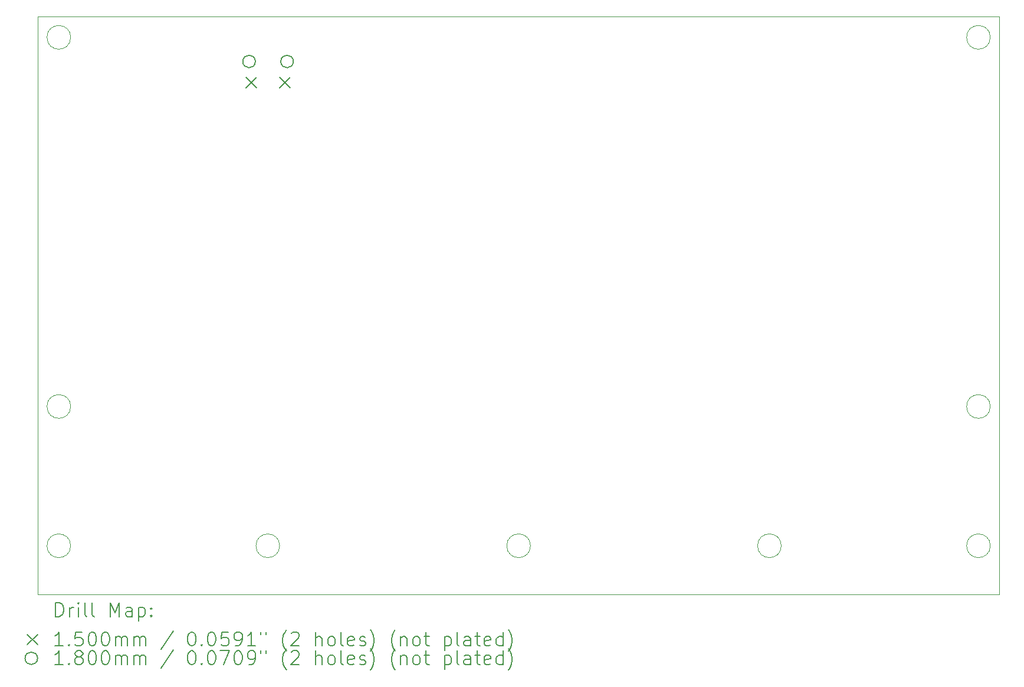
<source format=gbr>
%TF.GenerationSoftware,KiCad,Pcbnew,8.0.6-8.0.6-0~ubuntu22.04.1*%
%TF.CreationDate,2024-11-14T20:27:25+01:00*%
%TF.ProjectId,VCO_RPIpico,56434f5f-5250-4497-9069-636f2e6b6963,0*%
%TF.SameCoordinates,Original*%
%TF.FileFunction,Drillmap*%
%TF.FilePolarity,Positive*%
%FSLAX45Y45*%
G04 Gerber Fmt 4.5, Leading zero omitted, Abs format (unit mm)*
G04 Created by KiCad (PCBNEW 8.0.6-8.0.6-0~ubuntu22.04.1) date 2024-11-14 20:27:25*
%MOMM*%
%LPD*%
G01*
G04 APERTURE LIST*
%ADD10C,0.100000*%
%ADD11C,0.200000*%
%ADD12C,0.150000*%
%ADD13C,0.180000*%
G04 APERTURE END LIST*
D10*
X17870000Y-5100000D02*
G75*
G02*
X17530000Y-5100000I-170000J0D01*
G01*
X17530000Y-5100000D02*
G75*
G02*
X17870000Y-5100000I170000J0D01*
G01*
X4670000Y-5100000D02*
G75*
G02*
X4330000Y-5100000I-170000J0D01*
G01*
X4330000Y-5100000D02*
G75*
G02*
X4670000Y-5100000I170000J0D01*
G01*
X14870000Y-12400000D02*
G75*
G02*
X14530000Y-12400000I-170000J0D01*
G01*
X14530000Y-12400000D02*
G75*
G02*
X14870000Y-12400000I170000J0D01*
G01*
X17870000Y-12400000D02*
G75*
G02*
X17530000Y-12400000I-170000J0D01*
G01*
X17530000Y-12400000D02*
G75*
G02*
X17870000Y-12400000I170000J0D01*
G01*
X11270000Y-12400000D02*
G75*
G02*
X10930000Y-12400000I-170000J0D01*
G01*
X10930000Y-12400000D02*
G75*
G02*
X11270000Y-12400000I170000J0D01*
G01*
X4200000Y-4800000D02*
X18000000Y-4800000D01*
X18000000Y-13100000D01*
X4200000Y-13100000D01*
X4200000Y-4800000D01*
X7670000Y-12400000D02*
G75*
G02*
X7330000Y-12400000I-170000J0D01*
G01*
X7330000Y-12400000D02*
G75*
G02*
X7670000Y-12400000I170000J0D01*
G01*
X4670000Y-10400000D02*
G75*
G02*
X4330000Y-10400000I-170000J0D01*
G01*
X4330000Y-10400000D02*
G75*
G02*
X4670000Y-10400000I170000J0D01*
G01*
X17870000Y-10400000D02*
G75*
G02*
X17530000Y-10400000I-170000J0D01*
G01*
X17530000Y-10400000D02*
G75*
G02*
X17870000Y-10400000I170000J0D01*
G01*
X4670000Y-12400000D02*
G75*
G02*
X4330000Y-12400000I-170000J0D01*
G01*
X4330000Y-12400000D02*
G75*
G02*
X4670000Y-12400000I170000J0D01*
G01*
D11*
D12*
X7186100Y-5674400D02*
X7336100Y-5824400D01*
X7336100Y-5674400D02*
X7186100Y-5824400D01*
X7671100Y-5674400D02*
X7821100Y-5824400D01*
X7821100Y-5674400D02*
X7671100Y-5824400D01*
D13*
X7321100Y-5446400D02*
G75*
G02*
X7141100Y-5446400I-90000J0D01*
G01*
X7141100Y-5446400D02*
G75*
G02*
X7321100Y-5446400I90000J0D01*
G01*
X7866100Y-5446400D02*
G75*
G02*
X7686100Y-5446400I-90000J0D01*
G01*
X7686100Y-5446400D02*
G75*
G02*
X7866100Y-5446400I90000J0D01*
G01*
D11*
X4455777Y-13416484D02*
X4455777Y-13216484D01*
X4455777Y-13216484D02*
X4503396Y-13216484D01*
X4503396Y-13216484D02*
X4531967Y-13226008D01*
X4531967Y-13226008D02*
X4551015Y-13245055D01*
X4551015Y-13245055D02*
X4560539Y-13264103D01*
X4560539Y-13264103D02*
X4570063Y-13302198D01*
X4570063Y-13302198D02*
X4570063Y-13330769D01*
X4570063Y-13330769D02*
X4560539Y-13368865D01*
X4560539Y-13368865D02*
X4551015Y-13387912D01*
X4551015Y-13387912D02*
X4531967Y-13406960D01*
X4531967Y-13406960D02*
X4503396Y-13416484D01*
X4503396Y-13416484D02*
X4455777Y-13416484D01*
X4655777Y-13416484D02*
X4655777Y-13283150D01*
X4655777Y-13321246D02*
X4665301Y-13302198D01*
X4665301Y-13302198D02*
X4674824Y-13292674D01*
X4674824Y-13292674D02*
X4693872Y-13283150D01*
X4693872Y-13283150D02*
X4712920Y-13283150D01*
X4779586Y-13416484D02*
X4779586Y-13283150D01*
X4779586Y-13216484D02*
X4770063Y-13226008D01*
X4770063Y-13226008D02*
X4779586Y-13235531D01*
X4779586Y-13235531D02*
X4789110Y-13226008D01*
X4789110Y-13226008D02*
X4779586Y-13216484D01*
X4779586Y-13216484D02*
X4779586Y-13235531D01*
X4903396Y-13416484D02*
X4884348Y-13406960D01*
X4884348Y-13406960D02*
X4874824Y-13387912D01*
X4874824Y-13387912D02*
X4874824Y-13216484D01*
X5008158Y-13416484D02*
X4989110Y-13406960D01*
X4989110Y-13406960D02*
X4979586Y-13387912D01*
X4979586Y-13387912D02*
X4979586Y-13216484D01*
X5236729Y-13416484D02*
X5236729Y-13216484D01*
X5236729Y-13216484D02*
X5303396Y-13359341D01*
X5303396Y-13359341D02*
X5370063Y-13216484D01*
X5370063Y-13216484D02*
X5370063Y-13416484D01*
X5551015Y-13416484D02*
X5551015Y-13311722D01*
X5551015Y-13311722D02*
X5541491Y-13292674D01*
X5541491Y-13292674D02*
X5522444Y-13283150D01*
X5522444Y-13283150D02*
X5484348Y-13283150D01*
X5484348Y-13283150D02*
X5465301Y-13292674D01*
X5551015Y-13406960D02*
X5531967Y-13416484D01*
X5531967Y-13416484D02*
X5484348Y-13416484D01*
X5484348Y-13416484D02*
X5465301Y-13406960D01*
X5465301Y-13406960D02*
X5455777Y-13387912D01*
X5455777Y-13387912D02*
X5455777Y-13368865D01*
X5455777Y-13368865D02*
X5465301Y-13349817D01*
X5465301Y-13349817D02*
X5484348Y-13340293D01*
X5484348Y-13340293D02*
X5531967Y-13340293D01*
X5531967Y-13340293D02*
X5551015Y-13330769D01*
X5646253Y-13283150D02*
X5646253Y-13483150D01*
X5646253Y-13292674D02*
X5665301Y-13283150D01*
X5665301Y-13283150D02*
X5703396Y-13283150D01*
X5703396Y-13283150D02*
X5722443Y-13292674D01*
X5722443Y-13292674D02*
X5731967Y-13302198D01*
X5731967Y-13302198D02*
X5741491Y-13321246D01*
X5741491Y-13321246D02*
X5741491Y-13378388D01*
X5741491Y-13378388D02*
X5731967Y-13397436D01*
X5731967Y-13397436D02*
X5722443Y-13406960D01*
X5722443Y-13406960D02*
X5703396Y-13416484D01*
X5703396Y-13416484D02*
X5665301Y-13416484D01*
X5665301Y-13416484D02*
X5646253Y-13406960D01*
X5827205Y-13397436D02*
X5836729Y-13406960D01*
X5836729Y-13406960D02*
X5827205Y-13416484D01*
X5827205Y-13416484D02*
X5817682Y-13406960D01*
X5817682Y-13406960D02*
X5827205Y-13397436D01*
X5827205Y-13397436D02*
X5827205Y-13416484D01*
X5827205Y-13292674D02*
X5836729Y-13302198D01*
X5836729Y-13302198D02*
X5827205Y-13311722D01*
X5827205Y-13311722D02*
X5817682Y-13302198D01*
X5817682Y-13302198D02*
X5827205Y-13292674D01*
X5827205Y-13292674D02*
X5827205Y-13311722D01*
D12*
X4045000Y-13670000D02*
X4195000Y-13820000D01*
X4195000Y-13670000D02*
X4045000Y-13820000D01*
D11*
X4560539Y-13836484D02*
X4446253Y-13836484D01*
X4503396Y-13836484D02*
X4503396Y-13636484D01*
X4503396Y-13636484D02*
X4484348Y-13665055D01*
X4484348Y-13665055D02*
X4465301Y-13684103D01*
X4465301Y-13684103D02*
X4446253Y-13693627D01*
X4646253Y-13817436D02*
X4655777Y-13826960D01*
X4655777Y-13826960D02*
X4646253Y-13836484D01*
X4646253Y-13836484D02*
X4636729Y-13826960D01*
X4636729Y-13826960D02*
X4646253Y-13817436D01*
X4646253Y-13817436D02*
X4646253Y-13836484D01*
X4836729Y-13636484D02*
X4741491Y-13636484D01*
X4741491Y-13636484D02*
X4731967Y-13731722D01*
X4731967Y-13731722D02*
X4741491Y-13722198D01*
X4741491Y-13722198D02*
X4760539Y-13712674D01*
X4760539Y-13712674D02*
X4808158Y-13712674D01*
X4808158Y-13712674D02*
X4827205Y-13722198D01*
X4827205Y-13722198D02*
X4836729Y-13731722D01*
X4836729Y-13731722D02*
X4846253Y-13750769D01*
X4846253Y-13750769D02*
X4846253Y-13798388D01*
X4846253Y-13798388D02*
X4836729Y-13817436D01*
X4836729Y-13817436D02*
X4827205Y-13826960D01*
X4827205Y-13826960D02*
X4808158Y-13836484D01*
X4808158Y-13836484D02*
X4760539Y-13836484D01*
X4760539Y-13836484D02*
X4741491Y-13826960D01*
X4741491Y-13826960D02*
X4731967Y-13817436D01*
X4970063Y-13636484D02*
X4989110Y-13636484D01*
X4989110Y-13636484D02*
X5008158Y-13646008D01*
X5008158Y-13646008D02*
X5017682Y-13655531D01*
X5017682Y-13655531D02*
X5027205Y-13674579D01*
X5027205Y-13674579D02*
X5036729Y-13712674D01*
X5036729Y-13712674D02*
X5036729Y-13760293D01*
X5036729Y-13760293D02*
X5027205Y-13798388D01*
X5027205Y-13798388D02*
X5017682Y-13817436D01*
X5017682Y-13817436D02*
X5008158Y-13826960D01*
X5008158Y-13826960D02*
X4989110Y-13836484D01*
X4989110Y-13836484D02*
X4970063Y-13836484D01*
X4970063Y-13836484D02*
X4951015Y-13826960D01*
X4951015Y-13826960D02*
X4941491Y-13817436D01*
X4941491Y-13817436D02*
X4931967Y-13798388D01*
X4931967Y-13798388D02*
X4922444Y-13760293D01*
X4922444Y-13760293D02*
X4922444Y-13712674D01*
X4922444Y-13712674D02*
X4931967Y-13674579D01*
X4931967Y-13674579D02*
X4941491Y-13655531D01*
X4941491Y-13655531D02*
X4951015Y-13646008D01*
X4951015Y-13646008D02*
X4970063Y-13636484D01*
X5160539Y-13636484D02*
X5179586Y-13636484D01*
X5179586Y-13636484D02*
X5198634Y-13646008D01*
X5198634Y-13646008D02*
X5208158Y-13655531D01*
X5208158Y-13655531D02*
X5217682Y-13674579D01*
X5217682Y-13674579D02*
X5227205Y-13712674D01*
X5227205Y-13712674D02*
X5227205Y-13760293D01*
X5227205Y-13760293D02*
X5217682Y-13798388D01*
X5217682Y-13798388D02*
X5208158Y-13817436D01*
X5208158Y-13817436D02*
X5198634Y-13826960D01*
X5198634Y-13826960D02*
X5179586Y-13836484D01*
X5179586Y-13836484D02*
X5160539Y-13836484D01*
X5160539Y-13836484D02*
X5141491Y-13826960D01*
X5141491Y-13826960D02*
X5131967Y-13817436D01*
X5131967Y-13817436D02*
X5122444Y-13798388D01*
X5122444Y-13798388D02*
X5112920Y-13760293D01*
X5112920Y-13760293D02*
X5112920Y-13712674D01*
X5112920Y-13712674D02*
X5122444Y-13674579D01*
X5122444Y-13674579D02*
X5131967Y-13655531D01*
X5131967Y-13655531D02*
X5141491Y-13646008D01*
X5141491Y-13646008D02*
X5160539Y-13636484D01*
X5312920Y-13836484D02*
X5312920Y-13703150D01*
X5312920Y-13722198D02*
X5322444Y-13712674D01*
X5322444Y-13712674D02*
X5341491Y-13703150D01*
X5341491Y-13703150D02*
X5370063Y-13703150D01*
X5370063Y-13703150D02*
X5389110Y-13712674D01*
X5389110Y-13712674D02*
X5398634Y-13731722D01*
X5398634Y-13731722D02*
X5398634Y-13836484D01*
X5398634Y-13731722D02*
X5408158Y-13712674D01*
X5408158Y-13712674D02*
X5427205Y-13703150D01*
X5427205Y-13703150D02*
X5455777Y-13703150D01*
X5455777Y-13703150D02*
X5474825Y-13712674D01*
X5474825Y-13712674D02*
X5484348Y-13731722D01*
X5484348Y-13731722D02*
X5484348Y-13836484D01*
X5579586Y-13836484D02*
X5579586Y-13703150D01*
X5579586Y-13722198D02*
X5589110Y-13712674D01*
X5589110Y-13712674D02*
X5608158Y-13703150D01*
X5608158Y-13703150D02*
X5636729Y-13703150D01*
X5636729Y-13703150D02*
X5655777Y-13712674D01*
X5655777Y-13712674D02*
X5665301Y-13731722D01*
X5665301Y-13731722D02*
X5665301Y-13836484D01*
X5665301Y-13731722D02*
X5674824Y-13712674D01*
X5674824Y-13712674D02*
X5693872Y-13703150D01*
X5693872Y-13703150D02*
X5722443Y-13703150D01*
X5722443Y-13703150D02*
X5741491Y-13712674D01*
X5741491Y-13712674D02*
X5751015Y-13731722D01*
X5751015Y-13731722D02*
X5751015Y-13836484D01*
X6141491Y-13626960D02*
X5970063Y-13884103D01*
X6398634Y-13636484D02*
X6417682Y-13636484D01*
X6417682Y-13636484D02*
X6436729Y-13646008D01*
X6436729Y-13646008D02*
X6446253Y-13655531D01*
X6446253Y-13655531D02*
X6455777Y-13674579D01*
X6455777Y-13674579D02*
X6465301Y-13712674D01*
X6465301Y-13712674D02*
X6465301Y-13760293D01*
X6465301Y-13760293D02*
X6455777Y-13798388D01*
X6455777Y-13798388D02*
X6446253Y-13817436D01*
X6446253Y-13817436D02*
X6436729Y-13826960D01*
X6436729Y-13826960D02*
X6417682Y-13836484D01*
X6417682Y-13836484D02*
X6398634Y-13836484D01*
X6398634Y-13836484D02*
X6379586Y-13826960D01*
X6379586Y-13826960D02*
X6370063Y-13817436D01*
X6370063Y-13817436D02*
X6360539Y-13798388D01*
X6360539Y-13798388D02*
X6351015Y-13760293D01*
X6351015Y-13760293D02*
X6351015Y-13712674D01*
X6351015Y-13712674D02*
X6360539Y-13674579D01*
X6360539Y-13674579D02*
X6370063Y-13655531D01*
X6370063Y-13655531D02*
X6379586Y-13646008D01*
X6379586Y-13646008D02*
X6398634Y-13636484D01*
X6551015Y-13817436D02*
X6560539Y-13826960D01*
X6560539Y-13826960D02*
X6551015Y-13836484D01*
X6551015Y-13836484D02*
X6541491Y-13826960D01*
X6541491Y-13826960D02*
X6551015Y-13817436D01*
X6551015Y-13817436D02*
X6551015Y-13836484D01*
X6684348Y-13636484D02*
X6703396Y-13636484D01*
X6703396Y-13636484D02*
X6722444Y-13646008D01*
X6722444Y-13646008D02*
X6731967Y-13655531D01*
X6731967Y-13655531D02*
X6741491Y-13674579D01*
X6741491Y-13674579D02*
X6751015Y-13712674D01*
X6751015Y-13712674D02*
X6751015Y-13760293D01*
X6751015Y-13760293D02*
X6741491Y-13798388D01*
X6741491Y-13798388D02*
X6731967Y-13817436D01*
X6731967Y-13817436D02*
X6722444Y-13826960D01*
X6722444Y-13826960D02*
X6703396Y-13836484D01*
X6703396Y-13836484D02*
X6684348Y-13836484D01*
X6684348Y-13836484D02*
X6665301Y-13826960D01*
X6665301Y-13826960D02*
X6655777Y-13817436D01*
X6655777Y-13817436D02*
X6646253Y-13798388D01*
X6646253Y-13798388D02*
X6636729Y-13760293D01*
X6636729Y-13760293D02*
X6636729Y-13712674D01*
X6636729Y-13712674D02*
X6646253Y-13674579D01*
X6646253Y-13674579D02*
X6655777Y-13655531D01*
X6655777Y-13655531D02*
X6665301Y-13646008D01*
X6665301Y-13646008D02*
X6684348Y-13636484D01*
X6931967Y-13636484D02*
X6836729Y-13636484D01*
X6836729Y-13636484D02*
X6827206Y-13731722D01*
X6827206Y-13731722D02*
X6836729Y-13722198D01*
X6836729Y-13722198D02*
X6855777Y-13712674D01*
X6855777Y-13712674D02*
X6903396Y-13712674D01*
X6903396Y-13712674D02*
X6922444Y-13722198D01*
X6922444Y-13722198D02*
X6931967Y-13731722D01*
X6931967Y-13731722D02*
X6941491Y-13750769D01*
X6941491Y-13750769D02*
X6941491Y-13798388D01*
X6941491Y-13798388D02*
X6931967Y-13817436D01*
X6931967Y-13817436D02*
X6922444Y-13826960D01*
X6922444Y-13826960D02*
X6903396Y-13836484D01*
X6903396Y-13836484D02*
X6855777Y-13836484D01*
X6855777Y-13836484D02*
X6836729Y-13826960D01*
X6836729Y-13826960D02*
X6827206Y-13817436D01*
X7036729Y-13836484D02*
X7074825Y-13836484D01*
X7074825Y-13836484D02*
X7093872Y-13826960D01*
X7093872Y-13826960D02*
X7103396Y-13817436D01*
X7103396Y-13817436D02*
X7122444Y-13788865D01*
X7122444Y-13788865D02*
X7131967Y-13750769D01*
X7131967Y-13750769D02*
X7131967Y-13674579D01*
X7131967Y-13674579D02*
X7122444Y-13655531D01*
X7122444Y-13655531D02*
X7112920Y-13646008D01*
X7112920Y-13646008D02*
X7093872Y-13636484D01*
X7093872Y-13636484D02*
X7055777Y-13636484D01*
X7055777Y-13636484D02*
X7036729Y-13646008D01*
X7036729Y-13646008D02*
X7027206Y-13655531D01*
X7027206Y-13655531D02*
X7017682Y-13674579D01*
X7017682Y-13674579D02*
X7017682Y-13722198D01*
X7017682Y-13722198D02*
X7027206Y-13741246D01*
X7027206Y-13741246D02*
X7036729Y-13750769D01*
X7036729Y-13750769D02*
X7055777Y-13760293D01*
X7055777Y-13760293D02*
X7093872Y-13760293D01*
X7093872Y-13760293D02*
X7112920Y-13750769D01*
X7112920Y-13750769D02*
X7122444Y-13741246D01*
X7122444Y-13741246D02*
X7131967Y-13722198D01*
X7322444Y-13836484D02*
X7208158Y-13836484D01*
X7265301Y-13836484D02*
X7265301Y-13636484D01*
X7265301Y-13636484D02*
X7246253Y-13665055D01*
X7246253Y-13665055D02*
X7227206Y-13684103D01*
X7227206Y-13684103D02*
X7208158Y-13693627D01*
X7398634Y-13636484D02*
X7398634Y-13674579D01*
X7474825Y-13636484D02*
X7474825Y-13674579D01*
X7770063Y-13912674D02*
X7760539Y-13903150D01*
X7760539Y-13903150D02*
X7741491Y-13874579D01*
X7741491Y-13874579D02*
X7731968Y-13855531D01*
X7731968Y-13855531D02*
X7722444Y-13826960D01*
X7722444Y-13826960D02*
X7712920Y-13779341D01*
X7712920Y-13779341D02*
X7712920Y-13741246D01*
X7712920Y-13741246D02*
X7722444Y-13693627D01*
X7722444Y-13693627D02*
X7731968Y-13665055D01*
X7731968Y-13665055D02*
X7741491Y-13646008D01*
X7741491Y-13646008D02*
X7760539Y-13617436D01*
X7760539Y-13617436D02*
X7770063Y-13607912D01*
X7836729Y-13655531D02*
X7846253Y-13646008D01*
X7846253Y-13646008D02*
X7865301Y-13636484D01*
X7865301Y-13636484D02*
X7912920Y-13636484D01*
X7912920Y-13636484D02*
X7931968Y-13646008D01*
X7931968Y-13646008D02*
X7941491Y-13655531D01*
X7941491Y-13655531D02*
X7951015Y-13674579D01*
X7951015Y-13674579D02*
X7951015Y-13693627D01*
X7951015Y-13693627D02*
X7941491Y-13722198D01*
X7941491Y-13722198D02*
X7827206Y-13836484D01*
X7827206Y-13836484D02*
X7951015Y-13836484D01*
X8189110Y-13836484D02*
X8189110Y-13636484D01*
X8274825Y-13836484D02*
X8274825Y-13731722D01*
X8274825Y-13731722D02*
X8265301Y-13712674D01*
X8265301Y-13712674D02*
X8246253Y-13703150D01*
X8246253Y-13703150D02*
X8217682Y-13703150D01*
X8217682Y-13703150D02*
X8198634Y-13712674D01*
X8198634Y-13712674D02*
X8189110Y-13722198D01*
X8398634Y-13836484D02*
X8379587Y-13826960D01*
X8379587Y-13826960D02*
X8370063Y-13817436D01*
X8370063Y-13817436D02*
X8360539Y-13798388D01*
X8360539Y-13798388D02*
X8360539Y-13741246D01*
X8360539Y-13741246D02*
X8370063Y-13722198D01*
X8370063Y-13722198D02*
X8379587Y-13712674D01*
X8379587Y-13712674D02*
X8398634Y-13703150D01*
X8398634Y-13703150D02*
X8427206Y-13703150D01*
X8427206Y-13703150D02*
X8446253Y-13712674D01*
X8446253Y-13712674D02*
X8455777Y-13722198D01*
X8455777Y-13722198D02*
X8465301Y-13741246D01*
X8465301Y-13741246D02*
X8465301Y-13798388D01*
X8465301Y-13798388D02*
X8455777Y-13817436D01*
X8455777Y-13817436D02*
X8446253Y-13826960D01*
X8446253Y-13826960D02*
X8427206Y-13836484D01*
X8427206Y-13836484D02*
X8398634Y-13836484D01*
X8579587Y-13836484D02*
X8560539Y-13826960D01*
X8560539Y-13826960D02*
X8551015Y-13807912D01*
X8551015Y-13807912D02*
X8551015Y-13636484D01*
X8731968Y-13826960D02*
X8712920Y-13836484D01*
X8712920Y-13836484D02*
X8674825Y-13836484D01*
X8674825Y-13836484D02*
X8655777Y-13826960D01*
X8655777Y-13826960D02*
X8646253Y-13807912D01*
X8646253Y-13807912D02*
X8646253Y-13731722D01*
X8646253Y-13731722D02*
X8655777Y-13712674D01*
X8655777Y-13712674D02*
X8674825Y-13703150D01*
X8674825Y-13703150D02*
X8712920Y-13703150D01*
X8712920Y-13703150D02*
X8731968Y-13712674D01*
X8731968Y-13712674D02*
X8741492Y-13731722D01*
X8741492Y-13731722D02*
X8741492Y-13750769D01*
X8741492Y-13750769D02*
X8646253Y-13769817D01*
X8817682Y-13826960D02*
X8836730Y-13836484D01*
X8836730Y-13836484D02*
X8874825Y-13836484D01*
X8874825Y-13836484D02*
X8893873Y-13826960D01*
X8893873Y-13826960D02*
X8903396Y-13807912D01*
X8903396Y-13807912D02*
X8903396Y-13798388D01*
X8903396Y-13798388D02*
X8893873Y-13779341D01*
X8893873Y-13779341D02*
X8874825Y-13769817D01*
X8874825Y-13769817D02*
X8846253Y-13769817D01*
X8846253Y-13769817D02*
X8827206Y-13760293D01*
X8827206Y-13760293D02*
X8817682Y-13741246D01*
X8817682Y-13741246D02*
X8817682Y-13731722D01*
X8817682Y-13731722D02*
X8827206Y-13712674D01*
X8827206Y-13712674D02*
X8846253Y-13703150D01*
X8846253Y-13703150D02*
X8874825Y-13703150D01*
X8874825Y-13703150D02*
X8893873Y-13712674D01*
X8970063Y-13912674D02*
X8979587Y-13903150D01*
X8979587Y-13903150D02*
X8998634Y-13874579D01*
X8998634Y-13874579D02*
X9008158Y-13855531D01*
X9008158Y-13855531D02*
X9017682Y-13826960D01*
X9017682Y-13826960D02*
X9027206Y-13779341D01*
X9027206Y-13779341D02*
X9027206Y-13741246D01*
X9027206Y-13741246D02*
X9017682Y-13693627D01*
X9017682Y-13693627D02*
X9008158Y-13665055D01*
X9008158Y-13665055D02*
X8998634Y-13646008D01*
X8998634Y-13646008D02*
X8979587Y-13617436D01*
X8979587Y-13617436D02*
X8970063Y-13607912D01*
X9331968Y-13912674D02*
X9322444Y-13903150D01*
X9322444Y-13903150D02*
X9303396Y-13874579D01*
X9303396Y-13874579D02*
X9293873Y-13855531D01*
X9293873Y-13855531D02*
X9284349Y-13826960D01*
X9284349Y-13826960D02*
X9274825Y-13779341D01*
X9274825Y-13779341D02*
X9274825Y-13741246D01*
X9274825Y-13741246D02*
X9284349Y-13693627D01*
X9284349Y-13693627D02*
X9293873Y-13665055D01*
X9293873Y-13665055D02*
X9303396Y-13646008D01*
X9303396Y-13646008D02*
X9322444Y-13617436D01*
X9322444Y-13617436D02*
X9331968Y-13607912D01*
X9408158Y-13703150D02*
X9408158Y-13836484D01*
X9408158Y-13722198D02*
X9417682Y-13712674D01*
X9417682Y-13712674D02*
X9436730Y-13703150D01*
X9436730Y-13703150D02*
X9465301Y-13703150D01*
X9465301Y-13703150D02*
X9484349Y-13712674D01*
X9484349Y-13712674D02*
X9493873Y-13731722D01*
X9493873Y-13731722D02*
X9493873Y-13836484D01*
X9617682Y-13836484D02*
X9598634Y-13826960D01*
X9598634Y-13826960D02*
X9589111Y-13817436D01*
X9589111Y-13817436D02*
X9579587Y-13798388D01*
X9579587Y-13798388D02*
X9579587Y-13741246D01*
X9579587Y-13741246D02*
X9589111Y-13722198D01*
X9589111Y-13722198D02*
X9598634Y-13712674D01*
X9598634Y-13712674D02*
X9617682Y-13703150D01*
X9617682Y-13703150D02*
X9646254Y-13703150D01*
X9646254Y-13703150D02*
X9665301Y-13712674D01*
X9665301Y-13712674D02*
X9674825Y-13722198D01*
X9674825Y-13722198D02*
X9684349Y-13741246D01*
X9684349Y-13741246D02*
X9684349Y-13798388D01*
X9684349Y-13798388D02*
X9674825Y-13817436D01*
X9674825Y-13817436D02*
X9665301Y-13826960D01*
X9665301Y-13826960D02*
X9646254Y-13836484D01*
X9646254Y-13836484D02*
X9617682Y-13836484D01*
X9741492Y-13703150D02*
X9817682Y-13703150D01*
X9770063Y-13636484D02*
X9770063Y-13807912D01*
X9770063Y-13807912D02*
X9779587Y-13826960D01*
X9779587Y-13826960D02*
X9798634Y-13836484D01*
X9798634Y-13836484D02*
X9817682Y-13836484D01*
X10036730Y-13703150D02*
X10036730Y-13903150D01*
X10036730Y-13712674D02*
X10055777Y-13703150D01*
X10055777Y-13703150D02*
X10093873Y-13703150D01*
X10093873Y-13703150D02*
X10112920Y-13712674D01*
X10112920Y-13712674D02*
X10122444Y-13722198D01*
X10122444Y-13722198D02*
X10131968Y-13741246D01*
X10131968Y-13741246D02*
X10131968Y-13798388D01*
X10131968Y-13798388D02*
X10122444Y-13817436D01*
X10122444Y-13817436D02*
X10112920Y-13826960D01*
X10112920Y-13826960D02*
X10093873Y-13836484D01*
X10093873Y-13836484D02*
X10055777Y-13836484D01*
X10055777Y-13836484D02*
X10036730Y-13826960D01*
X10246254Y-13836484D02*
X10227206Y-13826960D01*
X10227206Y-13826960D02*
X10217682Y-13807912D01*
X10217682Y-13807912D02*
X10217682Y-13636484D01*
X10408158Y-13836484D02*
X10408158Y-13731722D01*
X10408158Y-13731722D02*
X10398635Y-13712674D01*
X10398635Y-13712674D02*
X10379587Y-13703150D01*
X10379587Y-13703150D02*
X10341492Y-13703150D01*
X10341492Y-13703150D02*
X10322444Y-13712674D01*
X10408158Y-13826960D02*
X10389111Y-13836484D01*
X10389111Y-13836484D02*
X10341492Y-13836484D01*
X10341492Y-13836484D02*
X10322444Y-13826960D01*
X10322444Y-13826960D02*
X10312920Y-13807912D01*
X10312920Y-13807912D02*
X10312920Y-13788865D01*
X10312920Y-13788865D02*
X10322444Y-13769817D01*
X10322444Y-13769817D02*
X10341492Y-13760293D01*
X10341492Y-13760293D02*
X10389111Y-13760293D01*
X10389111Y-13760293D02*
X10408158Y-13750769D01*
X10474825Y-13703150D02*
X10551015Y-13703150D01*
X10503396Y-13636484D02*
X10503396Y-13807912D01*
X10503396Y-13807912D02*
X10512920Y-13826960D01*
X10512920Y-13826960D02*
X10531968Y-13836484D01*
X10531968Y-13836484D02*
X10551015Y-13836484D01*
X10693873Y-13826960D02*
X10674825Y-13836484D01*
X10674825Y-13836484D02*
X10636730Y-13836484D01*
X10636730Y-13836484D02*
X10617682Y-13826960D01*
X10617682Y-13826960D02*
X10608158Y-13807912D01*
X10608158Y-13807912D02*
X10608158Y-13731722D01*
X10608158Y-13731722D02*
X10617682Y-13712674D01*
X10617682Y-13712674D02*
X10636730Y-13703150D01*
X10636730Y-13703150D02*
X10674825Y-13703150D01*
X10674825Y-13703150D02*
X10693873Y-13712674D01*
X10693873Y-13712674D02*
X10703396Y-13731722D01*
X10703396Y-13731722D02*
X10703396Y-13750769D01*
X10703396Y-13750769D02*
X10608158Y-13769817D01*
X10874825Y-13836484D02*
X10874825Y-13636484D01*
X10874825Y-13826960D02*
X10855777Y-13836484D01*
X10855777Y-13836484D02*
X10817682Y-13836484D01*
X10817682Y-13836484D02*
X10798635Y-13826960D01*
X10798635Y-13826960D02*
X10789111Y-13817436D01*
X10789111Y-13817436D02*
X10779587Y-13798388D01*
X10779587Y-13798388D02*
X10779587Y-13741246D01*
X10779587Y-13741246D02*
X10789111Y-13722198D01*
X10789111Y-13722198D02*
X10798635Y-13712674D01*
X10798635Y-13712674D02*
X10817682Y-13703150D01*
X10817682Y-13703150D02*
X10855777Y-13703150D01*
X10855777Y-13703150D02*
X10874825Y-13712674D01*
X10951016Y-13912674D02*
X10960539Y-13903150D01*
X10960539Y-13903150D02*
X10979587Y-13874579D01*
X10979587Y-13874579D02*
X10989111Y-13855531D01*
X10989111Y-13855531D02*
X10998635Y-13826960D01*
X10998635Y-13826960D02*
X11008158Y-13779341D01*
X11008158Y-13779341D02*
X11008158Y-13741246D01*
X11008158Y-13741246D02*
X10998635Y-13693627D01*
X10998635Y-13693627D02*
X10989111Y-13665055D01*
X10989111Y-13665055D02*
X10979587Y-13646008D01*
X10979587Y-13646008D02*
X10960539Y-13617436D01*
X10960539Y-13617436D02*
X10951016Y-13607912D01*
D13*
X4195000Y-14015000D02*
G75*
G02*
X4015000Y-14015000I-90000J0D01*
G01*
X4015000Y-14015000D02*
G75*
G02*
X4195000Y-14015000I90000J0D01*
G01*
D11*
X4560539Y-14106484D02*
X4446253Y-14106484D01*
X4503396Y-14106484D02*
X4503396Y-13906484D01*
X4503396Y-13906484D02*
X4484348Y-13935055D01*
X4484348Y-13935055D02*
X4465301Y-13954103D01*
X4465301Y-13954103D02*
X4446253Y-13963627D01*
X4646253Y-14087436D02*
X4655777Y-14096960D01*
X4655777Y-14096960D02*
X4646253Y-14106484D01*
X4646253Y-14106484D02*
X4636729Y-14096960D01*
X4636729Y-14096960D02*
X4646253Y-14087436D01*
X4646253Y-14087436D02*
X4646253Y-14106484D01*
X4770063Y-13992198D02*
X4751015Y-13982674D01*
X4751015Y-13982674D02*
X4741491Y-13973150D01*
X4741491Y-13973150D02*
X4731967Y-13954103D01*
X4731967Y-13954103D02*
X4731967Y-13944579D01*
X4731967Y-13944579D02*
X4741491Y-13925531D01*
X4741491Y-13925531D02*
X4751015Y-13916008D01*
X4751015Y-13916008D02*
X4770063Y-13906484D01*
X4770063Y-13906484D02*
X4808158Y-13906484D01*
X4808158Y-13906484D02*
X4827205Y-13916008D01*
X4827205Y-13916008D02*
X4836729Y-13925531D01*
X4836729Y-13925531D02*
X4846253Y-13944579D01*
X4846253Y-13944579D02*
X4846253Y-13954103D01*
X4846253Y-13954103D02*
X4836729Y-13973150D01*
X4836729Y-13973150D02*
X4827205Y-13982674D01*
X4827205Y-13982674D02*
X4808158Y-13992198D01*
X4808158Y-13992198D02*
X4770063Y-13992198D01*
X4770063Y-13992198D02*
X4751015Y-14001722D01*
X4751015Y-14001722D02*
X4741491Y-14011246D01*
X4741491Y-14011246D02*
X4731967Y-14030293D01*
X4731967Y-14030293D02*
X4731967Y-14068388D01*
X4731967Y-14068388D02*
X4741491Y-14087436D01*
X4741491Y-14087436D02*
X4751015Y-14096960D01*
X4751015Y-14096960D02*
X4770063Y-14106484D01*
X4770063Y-14106484D02*
X4808158Y-14106484D01*
X4808158Y-14106484D02*
X4827205Y-14096960D01*
X4827205Y-14096960D02*
X4836729Y-14087436D01*
X4836729Y-14087436D02*
X4846253Y-14068388D01*
X4846253Y-14068388D02*
X4846253Y-14030293D01*
X4846253Y-14030293D02*
X4836729Y-14011246D01*
X4836729Y-14011246D02*
X4827205Y-14001722D01*
X4827205Y-14001722D02*
X4808158Y-13992198D01*
X4970063Y-13906484D02*
X4989110Y-13906484D01*
X4989110Y-13906484D02*
X5008158Y-13916008D01*
X5008158Y-13916008D02*
X5017682Y-13925531D01*
X5017682Y-13925531D02*
X5027205Y-13944579D01*
X5027205Y-13944579D02*
X5036729Y-13982674D01*
X5036729Y-13982674D02*
X5036729Y-14030293D01*
X5036729Y-14030293D02*
X5027205Y-14068388D01*
X5027205Y-14068388D02*
X5017682Y-14087436D01*
X5017682Y-14087436D02*
X5008158Y-14096960D01*
X5008158Y-14096960D02*
X4989110Y-14106484D01*
X4989110Y-14106484D02*
X4970063Y-14106484D01*
X4970063Y-14106484D02*
X4951015Y-14096960D01*
X4951015Y-14096960D02*
X4941491Y-14087436D01*
X4941491Y-14087436D02*
X4931967Y-14068388D01*
X4931967Y-14068388D02*
X4922444Y-14030293D01*
X4922444Y-14030293D02*
X4922444Y-13982674D01*
X4922444Y-13982674D02*
X4931967Y-13944579D01*
X4931967Y-13944579D02*
X4941491Y-13925531D01*
X4941491Y-13925531D02*
X4951015Y-13916008D01*
X4951015Y-13916008D02*
X4970063Y-13906484D01*
X5160539Y-13906484D02*
X5179586Y-13906484D01*
X5179586Y-13906484D02*
X5198634Y-13916008D01*
X5198634Y-13916008D02*
X5208158Y-13925531D01*
X5208158Y-13925531D02*
X5217682Y-13944579D01*
X5217682Y-13944579D02*
X5227205Y-13982674D01*
X5227205Y-13982674D02*
X5227205Y-14030293D01*
X5227205Y-14030293D02*
X5217682Y-14068388D01*
X5217682Y-14068388D02*
X5208158Y-14087436D01*
X5208158Y-14087436D02*
X5198634Y-14096960D01*
X5198634Y-14096960D02*
X5179586Y-14106484D01*
X5179586Y-14106484D02*
X5160539Y-14106484D01*
X5160539Y-14106484D02*
X5141491Y-14096960D01*
X5141491Y-14096960D02*
X5131967Y-14087436D01*
X5131967Y-14087436D02*
X5122444Y-14068388D01*
X5122444Y-14068388D02*
X5112920Y-14030293D01*
X5112920Y-14030293D02*
X5112920Y-13982674D01*
X5112920Y-13982674D02*
X5122444Y-13944579D01*
X5122444Y-13944579D02*
X5131967Y-13925531D01*
X5131967Y-13925531D02*
X5141491Y-13916008D01*
X5141491Y-13916008D02*
X5160539Y-13906484D01*
X5312920Y-14106484D02*
X5312920Y-13973150D01*
X5312920Y-13992198D02*
X5322444Y-13982674D01*
X5322444Y-13982674D02*
X5341491Y-13973150D01*
X5341491Y-13973150D02*
X5370063Y-13973150D01*
X5370063Y-13973150D02*
X5389110Y-13982674D01*
X5389110Y-13982674D02*
X5398634Y-14001722D01*
X5398634Y-14001722D02*
X5398634Y-14106484D01*
X5398634Y-14001722D02*
X5408158Y-13982674D01*
X5408158Y-13982674D02*
X5427205Y-13973150D01*
X5427205Y-13973150D02*
X5455777Y-13973150D01*
X5455777Y-13973150D02*
X5474825Y-13982674D01*
X5474825Y-13982674D02*
X5484348Y-14001722D01*
X5484348Y-14001722D02*
X5484348Y-14106484D01*
X5579586Y-14106484D02*
X5579586Y-13973150D01*
X5579586Y-13992198D02*
X5589110Y-13982674D01*
X5589110Y-13982674D02*
X5608158Y-13973150D01*
X5608158Y-13973150D02*
X5636729Y-13973150D01*
X5636729Y-13973150D02*
X5655777Y-13982674D01*
X5655777Y-13982674D02*
X5665301Y-14001722D01*
X5665301Y-14001722D02*
X5665301Y-14106484D01*
X5665301Y-14001722D02*
X5674824Y-13982674D01*
X5674824Y-13982674D02*
X5693872Y-13973150D01*
X5693872Y-13973150D02*
X5722443Y-13973150D01*
X5722443Y-13973150D02*
X5741491Y-13982674D01*
X5741491Y-13982674D02*
X5751015Y-14001722D01*
X5751015Y-14001722D02*
X5751015Y-14106484D01*
X6141491Y-13896960D02*
X5970063Y-14154103D01*
X6398634Y-13906484D02*
X6417682Y-13906484D01*
X6417682Y-13906484D02*
X6436729Y-13916008D01*
X6436729Y-13916008D02*
X6446253Y-13925531D01*
X6446253Y-13925531D02*
X6455777Y-13944579D01*
X6455777Y-13944579D02*
X6465301Y-13982674D01*
X6465301Y-13982674D02*
X6465301Y-14030293D01*
X6465301Y-14030293D02*
X6455777Y-14068388D01*
X6455777Y-14068388D02*
X6446253Y-14087436D01*
X6446253Y-14087436D02*
X6436729Y-14096960D01*
X6436729Y-14096960D02*
X6417682Y-14106484D01*
X6417682Y-14106484D02*
X6398634Y-14106484D01*
X6398634Y-14106484D02*
X6379586Y-14096960D01*
X6379586Y-14096960D02*
X6370063Y-14087436D01*
X6370063Y-14087436D02*
X6360539Y-14068388D01*
X6360539Y-14068388D02*
X6351015Y-14030293D01*
X6351015Y-14030293D02*
X6351015Y-13982674D01*
X6351015Y-13982674D02*
X6360539Y-13944579D01*
X6360539Y-13944579D02*
X6370063Y-13925531D01*
X6370063Y-13925531D02*
X6379586Y-13916008D01*
X6379586Y-13916008D02*
X6398634Y-13906484D01*
X6551015Y-14087436D02*
X6560539Y-14096960D01*
X6560539Y-14096960D02*
X6551015Y-14106484D01*
X6551015Y-14106484D02*
X6541491Y-14096960D01*
X6541491Y-14096960D02*
X6551015Y-14087436D01*
X6551015Y-14087436D02*
X6551015Y-14106484D01*
X6684348Y-13906484D02*
X6703396Y-13906484D01*
X6703396Y-13906484D02*
X6722444Y-13916008D01*
X6722444Y-13916008D02*
X6731967Y-13925531D01*
X6731967Y-13925531D02*
X6741491Y-13944579D01*
X6741491Y-13944579D02*
X6751015Y-13982674D01*
X6751015Y-13982674D02*
X6751015Y-14030293D01*
X6751015Y-14030293D02*
X6741491Y-14068388D01*
X6741491Y-14068388D02*
X6731967Y-14087436D01*
X6731967Y-14087436D02*
X6722444Y-14096960D01*
X6722444Y-14096960D02*
X6703396Y-14106484D01*
X6703396Y-14106484D02*
X6684348Y-14106484D01*
X6684348Y-14106484D02*
X6665301Y-14096960D01*
X6665301Y-14096960D02*
X6655777Y-14087436D01*
X6655777Y-14087436D02*
X6646253Y-14068388D01*
X6646253Y-14068388D02*
X6636729Y-14030293D01*
X6636729Y-14030293D02*
X6636729Y-13982674D01*
X6636729Y-13982674D02*
X6646253Y-13944579D01*
X6646253Y-13944579D02*
X6655777Y-13925531D01*
X6655777Y-13925531D02*
X6665301Y-13916008D01*
X6665301Y-13916008D02*
X6684348Y-13906484D01*
X6817682Y-13906484D02*
X6951015Y-13906484D01*
X6951015Y-13906484D02*
X6865301Y-14106484D01*
X7065301Y-13906484D02*
X7084348Y-13906484D01*
X7084348Y-13906484D02*
X7103396Y-13916008D01*
X7103396Y-13916008D02*
X7112920Y-13925531D01*
X7112920Y-13925531D02*
X7122444Y-13944579D01*
X7122444Y-13944579D02*
X7131967Y-13982674D01*
X7131967Y-13982674D02*
X7131967Y-14030293D01*
X7131967Y-14030293D02*
X7122444Y-14068388D01*
X7122444Y-14068388D02*
X7112920Y-14087436D01*
X7112920Y-14087436D02*
X7103396Y-14096960D01*
X7103396Y-14096960D02*
X7084348Y-14106484D01*
X7084348Y-14106484D02*
X7065301Y-14106484D01*
X7065301Y-14106484D02*
X7046253Y-14096960D01*
X7046253Y-14096960D02*
X7036729Y-14087436D01*
X7036729Y-14087436D02*
X7027206Y-14068388D01*
X7027206Y-14068388D02*
X7017682Y-14030293D01*
X7017682Y-14030293D02*
X7017682Y-13982674D01*
X7017682Y-13982674D02*
X7027206Y-13944579D01*
X7027206Y-13944579D02*
X7036729Y-13925531D01*
X7036729Y-13925531D02*
X7046253Y-13916008D01*
X7046253Y-13916008D02*
X7065301Y-13906484D01*
X7227206Y-14106484D02*
X7265301Y-14106484D01*
X7265301Y-14106484D02*
X7284348Y-14096960D01*
X7284348Y-14096960D02*
X7293872Y-14087436D01*
X7293872Y-14087436D02*
X7312920Y-14058865D01*
X7312920Y-14058865D02*
X7322444Y-14020769D01*
X7322444Y-14020769D02*
X7322444Y-13944579D01*
X7322444Y-13944579D02*
X7312920Y-13925531D01*
X7312920Y-13925531D02*
X7303396Y-13916008D01*
X7303396Y-13916008D02*
X7284348Y-13906484D01*
X7284348Y-13906484D02*
X7246253Y-13906484D01*
X7246253Y-13906484D02*
X7227206Y-13916008D01*
X7227206Y-13916008D02*
X7217682Y-13925531D01*
X7217682Y-13925531D02*
X7208158Y-13944579D01*
X7208158Y-13944579D02*
X7208158Y-13992198D01*
X7208158Y-13992198D02*
X7217682Y-14011246D01*
X7217682Y-14011246D02*
X7227206Y-14020769D01*
X7227206Y-14020769D02*
X7246253Y-14030293D01*
X7246253Y-14030293D02*
X7284348Y-14030293D01*
X7284348Y-14030293D02*
X7303396Y-14020769D01*
X7303396Y-14020769D02*
X7312920Y-14011246D01*
X7312920Y-14011246D02*
X7322444Y-13992198D01*
X7398634Y-13906484D02*
X7398634Y-13944579D01*
X7474825Y-13906484D02*
X7474825Y-13944579D01*
X7770063Y-14182674D02*
X7760539Y-14173150D01*
X7760539Y-14173150D02*
X7741491Y-14144579D01*
X7741491Y-14144579D02*
X7731968Y-14125531D01*
X7731968Y-14125531D02*
X7722444Y-14096960D01*
X7722444Y-14096960D02*
X7712920Y-14049341D01*
X7712920Y-14049341D02*
X7712920Y-14011246D01*
X7712920Y-14011246D02*
X7722444Y-13963627D01*
X7722444Y-13963627D02*
X7731968Y-13935055D01*
X7731968Y-13935055D02*
X7741491Y-13916008D01*
X7741491Y-13916008D02*
X7760539Y-13887436D01*
X7760539Y-13887436D02*
X7770063Y-13877912D01*
X7836729Y-13925531D02*
X7846253Y-13916008D01*
X7846253Y-13916008D02*
X7865301Y-13906484D01*
X7865301Y-13906484D02*
X7912920Y-13906484D01*
X7912920Y-13906484D02*
X7931968Y-13916008D01*
X7931968Y-13916008D02*
X7941491Y-13925531D01*
X7941491Y-13925531D02*
X7951015Y-13944579D01*
X7951015Y-13944579D02*
X7951015Y-13963627D01*
X7951015Y-13963627D02*
X7941491Y-13992198D01*
X7941491Y-13992198D02*
X7827206Y-14106484D01*
X7827206Y-14106484D02*
X7951015Y-14106484D01*
X8189110Y-14106484D02*
X8189110Y-13906484D01*
X8274825Y-14106484D02*
X8274825Y-14001722D01*
X8274825Y-14001722D02*
X8265301Y-13982674D01*
X8265301Y-13982674D02*
X8246253Y-13973150D01*
X8246253Y-13973150D02*
X8217682Y-13973150D01*
X8217682Y-13973150D02*
X8198634Y-13982674D01*
X8198634Y-13982674D02*
X8189110Y-13992198D01*
X8398634Y-14106484D02*
X8379587Y-14096960D01*
X8379587Y-14096960D02*
X8370063Y-14087436D01*
X8370063Y-14087436D02*
X8360539Y-14068388D01*
X8360539Y-14068388D02*
X8360539Y-14011246D01*
X8360539Y-14011246D02*
X8370063Y-13992198D01*
X8370063Y-13992198D02*
X8379587Y-13982674D01*
X8379587Y-13982674D02*
X8398634Y-13973150D01*
X8398634Y-13973150D02*
X8427206Y-13973150D01*
X8427206Y-13973150D02*
X8446253Y-13982674D01*
X8446253Y-13982674D02*
X8455777Y-13992198D01*
X8455777Y-13992198D02*
X8465301Y-14011246D01*
X8465301Y-14011246D02*
X8465301Y-14068388D01*
X8465301Y-14068388D02*
X8455777Y-14087436D01*
X8455777Y-14087436D02*
X8446253Y-14096960D01*
X8446253Y-14096960D02*
X8427206Y-14106484D01*
X8427206Y-14106484D02*
X8398634Y-14106484D01*
X8579587Y-14106484D02*
X8560539Y-14096960D01*
X8560539Y-14096960D02*
X8551015Y-14077912D01*
X8551015Y-14077912D02*
X8551015Y-13906484D01*
X8731968Y-14096960D02*
X8712920Y-14106484D01*
X8712920Y-14106484D02*
X8674825Y-14106484D01*
X8674825Y-14106484D02*
X8655777Y-14096960D01*
X8655777Y-14096960D02*
X8646253Y-14077912D01*
X8646253Y-14077912D02*
X8646253Y-14001722D01*
X8646253Y-14001722D02*
X8655777Y-13982674D01*
X8655777Y-13982674D02*
X8674825Y-13973150D01*
X8674825Y-13973150D02*
X8712920Y-13973150D01*
X8712920Y-13973150D02*
X8731968Y-13982674D01*
X8731968Y-13982674D02*
X8741492Y-14001722D01*
X8741492Y-14001722D02*
X8741492Y-14020769D01*
X8741492Y-14020769D02*
X8646253Y-14039817D01*
X8817682Y-14096960D02*
X8836730Y-14106484D01*
X8836730Y-14106484D02*
X8874825Y-14106484D01*
X8874825Y-14106484D02*
X8893873Y-14096960D01*
X8893873Y-14096960D02*
X8903396Y-14077912D01*
X8903396Y-14077912D02*
X8903396Y-14068388D01*
X8903396Y-14068388D02*
X8893873Y-14049341D01*
X8893873Y-14049341D02*
X8874825Y-14039817D01*
X8874825Y-14039817D02*
X8846253Y-14039817D01*
X8846253Y-14039817D02*
X8827206Y-14030293D01*
X8827206Y-14030293D02*
X8817682Y-14011246D01*
X8817682Y-14011246D02*
X8817682Y-14001722D01*
X8817682Y-14001722D02*
X8827206Y-13982674D01*
X8827206Y-13982674D02*
X8846253Y-13973150D01*
X8846253Y-13973150D02*
X8874825Y-13973150D01*
X8874825Y-13973150D02*
X8893873Y-13982674D01*
X8970063Y-14182674D02*
X8979587Y-14173150D01*
X8979587Y-14173150D02*
X8998634Y-14144579D01*
X8998634Y-14144579D02*
X9008158Y-14125531D01*
X9008158Y-14125531D02*
X9017682Y-14096960D01*
X9017682Y-14096960D02*
X9027206Y-14049341D01*
X9027206Y-14049341D02*
X9027206Y-14011246D01*
X9027206Y-14011246D02*
X9017682Y-13963627D01*
X9017682Y-13963627D02*
X9008158Y-13935055D01*
X9008158Y-13935055D02*
X8998634Y-13916008D01*
X8998634Y-13916008D02*
X8979587Y-13887436D01*
X8979587Y-13887436D02*
X8970063Y-13877912D01*
X9331968Y-14182674D02*
X9322444Y-14173150D01*
X9322444Y-14173150D02*
X9303396Y-14144579D01*
X9303396Y-14144579D02*
X9293873Y-14125531D01*
X9293873Y-14125531D02*
X9284349Y-14096960D01*
X9284349Y-14096960D02*
X9274825Y-14049341D01*
X9274825Y-14049341D02*
X9274825Y-14011246D01*
X9274825Y-14011246D02*
X9284349Y-13963627D01*
X9284349Y-13963627D02*
X9293873Y-13935055D01*
X9293873Y-13935055D02*
X9303396Y-13916008D01*
X9303396Y-13916008D02*
X9322444Y-13887436D01*
X9322444Y-13887436D02*
X9331968Y-13877912D01*
X9408158Y-13973150D02*
X9408158Y-14106484D01*
X9408158Y-13992198D02*
X9417682Y-13982674D01*
X9417682Y-13982674D02*
X9436730Y-13973150D01*
X9436730Y-13973150D02*
X9465301Y-13973150D01*
X9465301Y-13973150D02*
X9484349Y-13982674D01*
X9484349Y-13982674D02*
X9493873Y-14001722D01*
X9493873Y-14001722D02*
X9493873Y-14106484D01*
X9617682Y-14106484D02*
X9598634Y-14096960D01*
X9598634Y-14096960D02*
X9589111Y-14087436D01*
X9589111Y-14087436D02*
X9579587Y-14068388D01*
X9579587Y-14068388D02*
X9579587Y-14011246D01*
X9579587Y-14011246D02*
X9589111Y-13992198D01*
X9589111Y-13992198D02*
X9598634Y-13982674D01*
X9598634Y-13982674D02*
X9617682Y-13973150D01*
X9617682Y-13973150D02*
X9646254Y-13973150D01*
X9646254Y-13973150D02*
X9665301Y-13982674D01*
X9665301Y-13982674D02*
X9674825Y-13992198D01*
X9674825Y-13992198D02*
X9684349Y-14011246D01*
X9684349Y-14011246D02*
X9684349Y-14068388D01*
X9684349Y-14068388D02*
X9674825Y-14087436D01*
X9674825Y-14087436D02*
X9665301Y-14096960D01*
X9665301Y-14096960D02*
X9646254Y-14106484D01*
X9646254Y-14106484D02*
X9617682Y-14106484D01*
X9741492Y-13973150D02*
X9817682Y-13973150D01*
X9770063Y-13906484D02*
X9770063Y-14077912D01*
X9770063Y-14077912D02*
X9779587Y-14096960D01*
X9779587Y-14096960D02*
X9798634Y-14106484D01*
X9798634Y-14106484D02*
X9817682Y-14106484D01*
X10036730Y-13973150D02*
X10036730Y-14173150D01*
X10036730Y-13982674D02*
X10055777Y-13973150D01*
X10055777Y-13973150D02*
X10093873Y-13973150D01*
X10093873Y-13973150D02*
X10112920Y-13982674D01*
X10112920Y-13982674D02*
X10122444Y-13992198D01*
X10122444Y-13992198D02*
X10131968Y-14011246D01*
X10131968Y-14011246D02*
X10131968Y-14068388D01*
X10131968Y-14068388D02*
X10122444Y-14087436D01*
X10122444Y-14087436D02*
X10112920Y-14096960D01*
X10112920Y-14096960D02*
X10093873Y-14106484D01*
X10093873Y-14106484D02*
X10055777Y-14106484D01*
X10055777Y-14106484D02*
X10036730Y-14096960D01*
X10246254Y-14106484D02*
X10227206Y-14096960D01*
X10227206Y-14096960D02*
X10217682Y-14077912D01*
X10217682Y-14077912D02*
X10217682Y-13906484D01*
X10408158Y-14106484D02*
X10408158Y-14001722D01*
X10408158Y-14001722D02*
X10398635Y-13982674D01*
X10398635Y-13982674D02*
X10379587Y-13973150D01*
X10379587Y-13973150D02*
X10341492Y-13973150D01*
X10341492Y-13973150D02*
X10322444Y-13982674D01*
X10408158Y-14096960D02*
X10389111Y-14106484D01*
X10389111Y-14106484D02*
X10341492Y-14106484D01*
X10341492Y-14106484D02*
X10322444Y-14096960D01*
X10322444Y-14096960D02*
X10312920Y-14077912D01*
X10312920Y-14077912D02*
X10312920Y-14058865D01*
X10312920Y-14058865D02*
X10322444Y-14039817D01*
X10322444Y-14039817D02*
X10341492Y-14030293D01*
X10341492Y-14030293D02*
X10389111Y-14030293D01*
X10389111Y-14030293D02*
X10408158Y-14020769D01*
X10474825Y-13973150D02*
X10551015Y-13973150D01*
X10503396Y-13906484D02*
X10503396Y-14077912D01*
X10503396Y-14077912D02*
X10512920Y-14096960D01*
X10512920Y-14096960D02*
X10531968Y-14106484D01*
X10531968Y-14106484D02*
X10551015Y-14106484D01*
X10693873Y-14096960D02*
X10674825Y-14106484D01*
X10674825Y-14106484D02*
X10636730Y-14106484D01*
X10636730Y-14106484D02*
X10617682Y-14096960D01*
X10617682Y-14096960D02*
X10608158Y-14077912D01*
X10608158Y-14077912D02*
X10608158Y-14001722D01*
X10608158Y-14001722D02*
X10617682Y-13982674D01*
X10617682Y-13982674D02*
X10636730Y-13973150D01*
X10636730Y-13973150D02*
X10674825Y-13973150D01*
X10674825Y-13973150D02*
X10693873Y-13982674D01*
X10693873Y-13982674D02*
X10703396Y-14001722D01*
X10703396Y-14001722D02*
X10703396Y-14020769D01*
X10703396Y-14020769D02*
X10608158Y-14039817D01*
X10874825Y-14106484D02*
X10874825Y-13906484D01*
X10874825Y-14096960D02*
X10855777Y-14106484D01*
X10855777Y-14106484D02*
X10817682Y-14106484D01*
X10817682Y-14106484D02*
X10798635Y-14096960D01*
X10798635Y-14096960D02*
X10789111Y-14087436D01*
X10789111Y-14087436D02*
X10779587Y-14068388D01*
X10779587Y-14068388D02*
X10779587Y-14011246D01*
X10779587Y-14011246D02*
X10789111Y-13992198D01*
X10789111Y-13992198D02*
X10798635Y-13982674D01*
X10798635Y-13982674D02*
X10817682Y-13973150D01*
X10817682Y-13973150D02*
X10855777Y-13973150D01*
X10855777Y-13973150D02*
X10874825Y-13982674D01*
X10951016Y-14182674D02*
X10960539Y-14173150D01*
X10960539Y-14173150D02*
X10979587Y-14144579D01*
X10979587Y-14144579D02*
X10989111Y-14125531D01*
X10989111Y-14125531D02*
X10998635Y-14096960D01*
X10998635Y-14096960D02*
X11008158Y-14049341D01*
X11008158Y-14049341D02*
X11008158Y-14011246D01*
X11008158Y-14011246D02*
X10998635Y-13963627D01*
X10998635Y-13963627D02*
X10989111Y-13935055D01*
X10989111Y-13935055D02*
X10979587Y-13916008D01*
X10979587Y-13916008D02*
X10960539Y-13887436D01*
X10960539Y-13887436D02*
X10951016Y-13877912D01*
M02*

</source>
